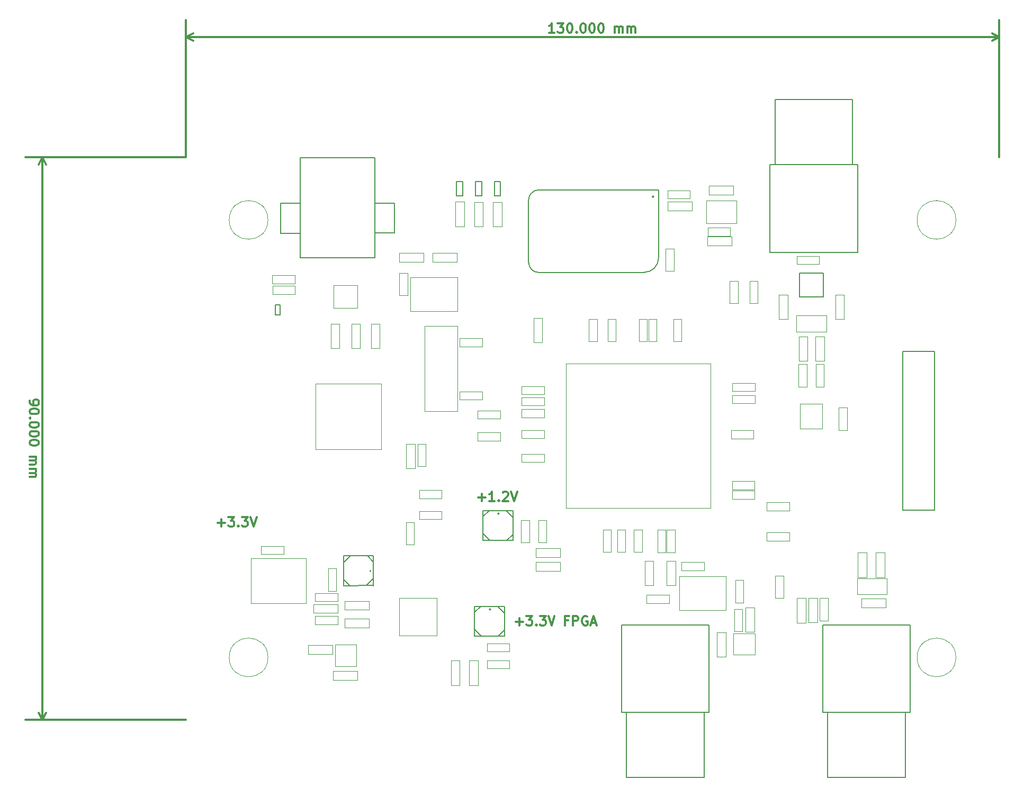
<source format=gbr>
G04 #@! TF.FileFunction,Other,User*
%FSLAX46Y46*%
G04 Gerber Fmt 4.6, Leading zero omitted, Abs format (unit mm)*
G04 Created by KiCad (PCBNEW 4.0.6) date 11/10/17 17:18:38*
%MOMM*%
%LPD*%
G01*
G04 APERTURE LIST*
%ADD10C,0.100000*%
%ADD11C,0.300000*%
%ADD12C,0.050000*%
%ADD13C,0.150000*%
G04 APERTURE END LIST*
D10*
D11*
X75060001Y-114487143D02*
X76202858Y-114487143D01*
X75631429Y-115058571D02*
X75631429Y-113915714D01*
X76774287Y-113558571D02*
X77702858Y-113558571D01*
X77202858Y-114130000D01*
X77417144Y-114130000D01*
X77560001Y-114201429D01*
X77631430Y-114272857D01*
X77702858Y-114415714D01*
X77702858Y-114772857D01*
X77631430Y-114915714D01*
X77560001Y-114987143D01*
X77417144Y-115058571D01*
X76988572Y-115058571D01*
X76845715Y-114987143D01*
X76774287Y-114915714D01*
X78345715Y-114915714D02*
X78417143Y-114987143D01*
X78345715Y-115058571D01*
X78274286Y-114987143D01*
X78345715Y-114915714D01*
X78345715Y-115058571D01*
X78917144Y-113558571D02*
X79845715Y-113558571D01*
X79345715Y-114130000D01*
X79560001Y-114130000D01*
X79702858Y-114201429D01*
X79774287Y-114272857D01*
X79845715Y-114415714D01*
X79845715Y-114772857D01*
X79774287Y-114915714D01*
X79702858Y-114987143D01*
X79560001Y-115058571D01*
X79131429Y-115058571D01*
X78988572Y-114987143D01*
X78917144Y-114915714D01*
X80274286Y-113558571D02*
X80774286Y-115058571D01*
X81274286Y-113558571D01*
X122722858Y-130307143D02*
X123865715Y-130307143D01*
X123294286Y-130878571D02*
X123294286Y-129735714D01*
X124437144Y-129378571D02*
X125365715Y-129378571D01*
X124865715Y-129950000D01*
X125080001Y-129950000D01*
X125222858Y-130021429D01*
X125294287Y-130092857D01*
X125365715Y-130235714D01*
X125365715Y-130592857D01*
X125294287Y-130735714D01*
X125222858Y-130807143D01*
X125080001Y-130878571D01*
X124651429Y-130878571D01*
X124508572Y-130807143D01*
X124437144Y-130735714D01*
X126008572Y-130735714D02*
X126080000Y-130807143D01*
X126008572Y-130878571D01*
X125937143Y-130807143D01*
X126008572Y-130735714D01*
X126008572Y-130878571D01*
X126580001Y-129378571D02*
X127508572Y-129378571D01*
X127008572Y-129950000D01*
X127222858Y-129950000D01*
X127365715Y-130021429D01*
X127437144Y-130092857D01*
X127508572Y-130235714D01*
X127508572Y-130592857D01*
X127437144Y-130735714D01*
X127365715Y-130807143D01*
X127222858Y-130878571D01*
X126794286Y-130878571D01*
X126651429Y-130807143D01*
X126580001Y-130735714D01*
X127937143Y-129378571D02*
X128437143Y-130878571D01*
X128937143Y-129378571D01*
X131080000Y-130092857D02*
X130580000Y-130092857D01*
X130580000Y-130878571D02*
X130580000Y-129378571D01*
X131294286Y-129378571D01*
X131865714Y-130878571D02*
X131865714Y-129378571D01*
X132437142Y-129378571D01*
X132580000Y-129450000D01*
X132651428Y-129521429D01*
X132722857Y-129664286D01*
X132722857Y-129878571D01*
X132651428Y-130021429D01*
X132580000Y-130092857D01*
X132437142Y-130164286D01*
X131865714Y-130164286D01*
X134151428Y-129450000D02*
X134008571Y-129378571D01*
X133794285Y-129378571D01*
X133580000Y-129450000D01*
X133437142Y-129592857D01*
X133365714Y-129735714D01*
X133294285Y-130021429D01*
X133294285Y-130235714D01*
X133365714Y-130521429D01*
X133437142Y-130664286D01*
X133580000Y-130807143D01*
X133794285Y-130878571D01*
X133937142Y-130878571D01*
X134151428Y-130807143D01*
X134222857Y-130735714D01*
X134222857Y-130235714D01*
X133937142Y-130235714D01*
X134794285Y-130450000D02*
X135508571Y-130450000D01*
X134651428Y-130878571D02*
X135151428Y-129378571D01*
X135651428Y-130878571D01*
X116720001Y-110407143D02*
X117862858Y-110407143D01*
X117291429Y-110978571D02*
X117291429Y-109835714D01*
X119362858Y-110978571D02*
X118505715Y-110978571D01*
X118934287Y-110978571D02*
X118934287Y-109478571D01*
X118791430Y-109692857D01*
X118648572Y-109835714D01*
X118505715Y-109907143D01*
X120005715Y-110835714D02*
X120077143Y-110907143D01*
X120005715Y-110978571D01*
X119934286Y-110907143D01*
X120005715Y-110835714D01*
X120005715Y-110978571D01*
X120648572Y-109621429D02*
X120720001Y-109550000D01*
X120862858Y-109478571D01*
X121220001Y-109478571D01*
X121362858Y-109550000D01*
X121434287Y-109621429D01*
X121505715Y-109764286D01*
X121505715Y-109907143D01*
X121434287Y-110121429D01*
X120577144Y-110978571D01*
X121505715Y-110978571D01*
X121934286Y-109478571D02*
X122434286Y-110978571D01*
X122934286Y-109478571D01*
X128928573Y-36058571D02*
X128071430Y-36058571D01*
X128500002Y-36058571D02*
X128500002Y-34558571D01*
X128357145Y-34772857D01*
X128214287Y-34915714D01*
X128071430Y-34987143D01*
X129428573Y-34558571D02*
X130357144Y-34558571D01*
X129857144Y-35130000D01*
X130071430Y-35130000D01*
X130214287Y-35201429D01*
X130285716Y-35272857D01*
X130357144Y-35415714D01*
X130357144Y-35772857D01*
X130285716Y-35915714D01*
X130214287Y-35987143D01*
X130071430Y-36058571D01*
X129642858Y-36058571D01*
X129500001Y-35987143D01*
X129428573Y-35915714D01*
X131285715Y-34558571D02*
X131428572Y-34558571D01*
X131571429Y-34630000D01*
X131642858Y-34701429D01*
X131714287Y-34844286D01*
X131785715Y-35130000D01*
X131785715Y-35487143D01*
X131714287Y-35772857D01*
X131642858Y-35915714D01*
X131571429Y-35987143D01*
X131428572Y-36058571D01*
X131285715Y-36058571D01*
X131142858Y-35987143D01*
X131071429Y-35915714D01*
X131000001Y-35772857D01*
X130928572Y-35487143D01*
X130928572Y-35130000D01*
X131000001Y-34844286D01*
X131071429Y-34701429D01*
X131142858Y-34630000D01*
X131285715Y-34558571D01*
X132428572Y-35915714D02*
X132500000Y-35987143D01*
X132428572Y-36058571D01*
X132357143Y-35987143D01*
X132428572Y-35915714D01*
X132428572Y-36058571D01*
X133428572Y-34558571D02*
X133571429Y-34558571D01*
X133714286Y-34630000D01*
X133785715Y-34701429D01*
X133857144Y-34844286D01*
X133928572Y-35130000D01*
X133928572Y-35487143D01*
X133857144Y-35772857D01*
X133785715Y-35915714D01*
X133714286Y-35987143D01*
X133571429Y-36058571D01*
X133428572Y-36058571D01*
X133285715Y-35987143D01*
X133214286Y-35915714D01*
X133142858Y-35772857D01*
X133071429Y-35487143D01*
X133071429Y-35130000D01*
X133142858Y-34844286D01*
X133214286Y-34701429D01*
X133285715Y-34630000D01*
X133428572Y-34558571D01*
X134857143Y-34558571D02*
X135000000Y-34558571D01*
X135142857Y-34630000D01*
X135214286Y-34701429D01*
X135285715Y-34844286D01*
X135357143Y-35130000D01*
X135357143Y-35487143D01*
X135285715Y-35772857D01*
X135214286Y-35915714D01*
X135142857Y-35987143D01*
X135000000Y-36058571D01*
X134857143Y-36058571D01*
X134714286Y-35987143D01*
X134642857Y-35915714D01*
X134571429Y-35772857D01*
X134500000Y-35487143D01*
X134500000Y-35130000D01*
X134571429Y-34844286D01*
X134642857Y-34701429D01*
X134714286Y-34630000D01*
X134857143Y-34558571D01*
X136285714Y-34558571D02*
X136428571Y-34558571D01*
X136571428Y-34630000D01*
X136642857Y-34701429D01*
X136714286Y-34844286D01*
X136785714Y-35130000D01*
X136785714Y-35487143D01*
X136714286Y-35772857D01*
X136642857Y-35915714D01*
X136571428Y-35987143D01*
X136428571Y-36058571D01*
X136285714Y-36058571D01*
X136142857Y-35987143D01*
X136071428Y-35915714D01*
X136000000Y-35772857D01*
X135928571Y-35487143D01*
X135928571Y-35130000D01*
X136000000Y-34844286D01*
X136071428Y-34701429D01*
X136142857Y-34630000D01*
X136285714Y-34558571D01*
X138571428Y-36058571D02*
X138571428Y-35058571D01*
X138571428Y-35201429D02*
X138642856Y-35130000D01*
X138785714Y-35058571D01*
X138999999Y-35058571D01*
X139142856Y-35130000D01*
X139214285Y-35272857D01*
X139214285Y-36058571D01*
X139214285Y-35272857D02*
X139285714Y-35130000D01*
X139428571Y-35058571D01*
X139642856Y-35058571D01*
X139785714Y-35130000D01*
X139857142Y-35272857D01*
X139857142Y-36058571D01*
X140571428Y-36058571D02*
X140571428Y-35058571D01*
X140571428Y-35201429D02*
X140642856Y-35130000D01*
X140785714Y-35058571D01*
X140999999Y-35058571D01*
X141142856Y-35130000D01*
X141214285Y-35272857D01*
X141214285Y-36058571D01*
X141214285Y-35272857D02*
X141285714Y-35130000D01*
X141428571Y-35058571D01*
X141642856Y-35058571D01*
X141785714Y-35130000D01*
X141857142Y-35272857D01*
X141857142Y-36058571D01*
X70000000Y-36730000D02*
X200000000Y-36730000D01*
X70000000Y-56000000D02*
X70000000Y-34030000D01*
X200000000Y-56000000D02*
X200000000Y-34030000D01*
X200000000Y-36730000D02*
X198873496Y-37316421D01*
X200000000Y-36730000D02*
X198873496Y-36143579D01*
X70000000Y-36730000D02*
X71126504Y-37316421D01*
X70000000Y-36730000D02*
X71126504Y-36143579D01*
X44971429Y-94928572D02*
X44971429Y-95214287D01*
X45042857Y-95357144D01*
X45114286Y-95428572D01*
X45328571Y-95571430D01*
X45614286Y-95642858D01*
X46185714Y-95642858D01*
X46328571Y-95571430D01*
X46400000Y-95500001D01*
X46471429Y-95357144D01*
X46471429Y-95071430D01*
X46400000Y-94928572D01*
X46328571Y-94857144D01*
X46185714Y-94785715D01*
X45828571Y-94785715D01*
X45685714Y-94857144D01*
X45614286Y-94928572D01*
X45542857Y-95071430D01*
X45542857Y-95357144D01*
X45614286Y-95500001D01*
X45685714Y-95571430D01*
X45828571Y-95642858D01*
X46471429Y-96571429D02*
X46471429Y-96714286D01*
X46400000Y-96857143D01*
X46328571Y-96928572D01*
X46185714Y-97000001D01*
X45900000Y-97071429D01*
X45542857Y-97071429D01*
X45257143Y-97000001D01*
X45114286Y-96928572D01*
X45042857Y-96857143D01*
X44971429Y-96714286D01*
X44971429Y-96571429D01*
X45042857Y-96428572D01*
X45114286Y-96357143D01*
X45257143Y-96285715D01*
X45542857Y-96214286D01*
X45900000Y-96214286D01*
X46185714Y-96285715D01*
X46328571Y-96357143D01*
X46400000Y-96428572D01*
X46471429Y-96571429D01*
X45114286Y-97714286D02*
X45042857Y-97785714D01*
X44971429Y-97714286D01*
X45042857Y-97642857D01*
X45114286Y-97714286D01*
X44971429Y-97714286D01*
X46471429Y-98714286D02*
X46471429Y-98857143D01*
X46400000Y-99000000D01*
X46328571Y-99071429D01*
X46185714Y-99142858D01*
X45900000Y-99214286D01*
X45542857Y-99214286D01*
X45257143Y-99142858D01*
X45114286Y-99071429D01*
X45042857Y-99000000D01*
X44971429Y-98857143D01*
X44971429Y-98714286D01*
X45042857Y-98571429D01*
X45114286Y-98500000D01*
X45257143Y-98428572D01*
X45542857Y-98357143D01*
X45900000Y-98357143D01*
X46185714Y-98428572D01*
X46328571Y-98500000D01*
X46400000Y-98571429D01*
X46471429Y-98714286D01*
X46471429Y-100142857D02*
X46471429Y-100285714D01*
X46400000Y-100428571D01*
X46328571Y-100500000D01*
X46185714Y-100571429D01*
X45900000Y-100642857D01*
X45542857Y-100642857D01*
X45257143Y-100571429D01*
X45114286Y-100500000D01*
X45042857Y-100428571D01*
X44971429Y-100285714D01*
X44971429Y-100142857D01*
X45042857Y-100000000D01*
X45114286Y-99928571D01*
X45257143Y-99857143D01*
X45542857Y-99785714D01*
X45900000Y-99785714D01*
X46185714Y-99857143D01*
X46328571Y-99928571D01*
X46400000Y-100000000D01*
X46471429Y-100142857D01*
X46471429Y-101571428D02*
X46471429Y-101714285D01*
X46400000Y-101857142D01*
X46328571Y-101928571D01*
X46185714Y-102000000D01*
X45900000Y-102071428D01*
X45542857Y-102071428D01*
X45257143Y-102000000D01*
X45114286Y-101928571D01*
X45042857Y-101857142D01*
X44971429Y-101714285D01*
X44971429Y-101571428D01*
X45042857Y-101428571D01*
X45114286Y-101357142D01*
X45257143Y-101285714D01*
X45542857Y-101214285D01*
X45900000Y-101214285D01*
X46185714Y-101285714D01*
X46328571Y-101357142D01*
X46400000Y-101428571D01*
X46471429Y-101571428D01*
X44971429Y-103857142D02*
X45971429Y-103857142D01*
X45828571Y-103857142D02*
X45900000Y-103928570D01*
X45971429Y-104071428D01*
X45971429Y-104285713D01*
X45900000Y-104428570D01*
X45757143Y-104499999D01*
X44971429Y-104499999D01*
X45757143Y-104499999D02*
X45900000Y-104571428D01*
X45971429Y-104714285D01*
X45971429Y-104928570D01*
X45900000Y-105071428D01*
X45757143Y-105142856D01*
X44971429Y-105142856D01*
X44971429Y-105857142D02*
X45971429Y-105857142D01*
X45828571Y-105857142D02*
X45900000Y-105928570D01*
X45971429Y-106071428D01*
X45971429Y-106285713D01*
X45900000Y-106428570D01*
X45757143Y-106499999D01*
X44971429Y-106499999D01*
X45757143Y-106499999D02*
X45900000Y-106571428D01*
X45971429Y-106714285D01*
X45971429Y-106928570D01*
X45900000Y-107071428D01*
X45757143Y-107142856D01*
X44971429Y-107142856D01*
X47000000Y-56000000D02*
X47000000Y-146000000D01*
X70000000Y-56000000D02*
X44300000Y-56000000D01*
X70000000Y-146000000D02*
X44300000Y-146000000D01*
X47000000Y-146000000D02*
X46413579Y-144873496D01*
X47000000Y-146000000D02*
X47586421Y-144873496D01*
X47000000Y-56000000D02*
X46413579Y-57126504D01*
X47000000Y-56000000D02*
X47586421Y-57126504D01*
D12*
X108160000Y-96600000D02*
X113360000Y-96600000D01*
X113360000Y-96600000D02*
X113360000Y-83000000D01*
X113360000Y-83000000D02*
X108160000Y-83000000D01*
X108160000Y-83000000D02*
X108160000Y-96600000D01*
D13*
X96170000Y-124500000D02*
X95170000Y-123500000D01*
X99970000Y-120700000D02*
X98970000Y-119700000D01*
X96270000Y-119700000D02*
X95170000Y-120800000D01*
X99970000Y-123400000D02*
X98870000Y-124500000D01*
X99570000Y-122200000D02*
G75*
G03X99570000Y-122200000I-100000J0D01*
G01*
X95180000Y-124510000D02*
X95180000Y-119710000D01*
X99970000Y-124510000D02*
X99970000Y-119710000D01*
X99970000Y-124500000D02*
X95170000Y-124510000D01*
X99970000Y-119700000D02*
X95170000Y-119700000D01*
D12*
X101233900Y-92174200D02*
X90733900Y-92174200D01*
X101233900Y-102674200D02*
X90733900Y-102674200D01*
X101233900Y-92174200D02*
X101233900Y-102674200D01*
X90733900Y-92174200D02*
X90733900Y-102674200D01*
D13*
X189670000Y-112470000D02*
X189670000Y-87070000D01*
X184590000Y-112470000D02*
X184590000Y-87070000D01*
X189670000Y-87070000D02*
X184590000Y-87070000D01*
X189670000Y-112470000D02*
X184590000Y-112470000D01*
D12*
X167940000Y-92710000D02*
X167940000Y-89110000D01*
X167940000Y-92710000D02*
X169240000Y-92710000D01*
X169240000Y-89110000D02*
X167940000Y-89110000D01*
X169240000Y-89110000D02*
X169240000Y-92710000D01*
X147230000Y-127310000D02*
X143630000Y-127310000D01*
X147230000Y-127310000D02*
X147230000Y-126010000D01*
X143630000Y-126010000D02*
X143630000Y-127310000D01*
X143630000Y-126010000D02*
X147230000Y-126010000D01*
D13*
X172590000Y-155220000D02*
X173190000Y-155220000D01*
X172590000Y-144820000D02*
X172590000Y-155220000D01*
X184990000Y-155220000D02*
X173190000Y-155220000D01*
X184990000Y-144820000D02*
X184990000Y-155220000D01*
X185790000Y-130820000D02*
X185790000Y-144820000D01*
X171790000Y-130820000D02*
X171790000Y-144820000D01*
X171790000Y-144820000D02*
X185790000Y-144820000D01*
X185790000Y-130820000D02*
X171790000Y-130820000D01*
D12*
X153862215Y-112079851D02*
X153862215Y-88979851D01*
X130762215Y-112079851D02*
X130762215Y-88979851D01*
X153862215Y-112079851D02*
X130762215Y-112079851D01*
X153862215Y-88979851D02*
X130762215Y-88979851D01*
X157332364Y-107804350D02*
X160932364Y-107804350D01*
X157332364Y-107804350D02*
X157332364Y-109104350D01*
X160932364Y-109104350D02*
X160932364Y-107804350D01*
X160932364Y-109104350D02*
X157332364Y-109104350D01*
X156354200Y-128426100D02*
X156354200Y-123026100D01*
X148894200Y-128426100D02*
X148894200Y-123026100D01*
X156354200Y-128426100D02*
X148894200Y-128426100D01*
X156354200Y-123026100D02*
X148894200Y-123026100D01*
D13*
X144821421Y-62310000D02*
G75*
G03X144821421Y-62310000I-141421J0D01*
G01*
X143180000Y-74410000D02*
G75*
G03X145580000Y-72010000I0J2400000D01*
G01*
X126380000Y-74410000D02*
G75*
G02X124780000Y-72810000I0J1600000D01*
G01*
X126380000Y-61210000D02*
G75*
G03X124780000Y-62810000I0J-1600000D01*
G01*
X124780000Y-72810000D02*
X124780000Y-62810000D01*
X145580000Y-61210000D02*
X126380000Y-61210000D01*
X145580000Y-72010000D02*
X145580000Y-61210000D01*
X143280000Y-74410000D02*
X126380000Y-74410000D01*
D12*
X146672215Y-115590000D02*
X146672215Y-119190000D01*
X146672215Y-115590000D02*
X145372215Y-115590000D01*
X145372215Y-119190000D02*
X146672215Y-119190000D01*
X145372215Y-119190000D02*
X145372215Y-115590000D01*
X89160000Y-127370000D02*
X80360000Y-127370000D01*
X89160000Y-127370000D02*
X89160000Y-120170000D01*
X80360000Y-120170000D02*
X80360000Y-127370000D01*
X80360000Y-120170000D02*
X89160000Y-120170000D01*
X153435000Y-67260000D02*
X157035000Y-67260000D01*
X153435000Y-67260000D02*
X153435000Y-68560000D01*
X157035000Y-68560000D02*
X157035000Y-67260000D01*
X157035000Y-68560000D02*
X153435000Y-68560000D01*
X153185000Y-66550000D02*
X153185000Y-62950000D01*
X157985000Y-66550000D02*
X153185000Y-66550000D01*
X157985000Y-62950000D02*
X157985000Y-66550000D01*
X153185000Y-62950000D02*
X157985000Y-62950000D01*
X93160000Y-86560000D02*
X93160000Y-82650000D01*
X93160000Y-86560000D02*
X94560000Y-86560000D01*
X94560000Y-82650000D02*
X93160000Y-82650000D01*
X94560000Y-82650000D02*
X94560000Y-86560000D01*
X127252066Y-93930000D02*
X123652066Y-93930000D01*
X127252066Y-93930000D02*
X127252066Y-92630000D01*
X123652066Y-92630000D02*
X123652066Y-93930000D01*
X123652066Y-92630000D02*
X127252066Y-92630000D01*
X170713900Y-92710000D02*
X170713900Y-89110000D01*
X170713900Y-92710000D02*
X172013900Y-92710000D01*
X172013900Y-89110000D02*
X170713900Y-89110000D01*
X172013900Y-89110000D02*
X172013900Y-92710000D01*
X97360000Y-80097000D02*
X93560000Y-80097000D01*
X93560000Y-80097000D02*
X93560000Y-76497000D01*
X93560000Y-76497000D02*
X97360000Y-76497000D01*
X97360000Y-76497000D02*
X97360000Y-80097000D01*
D13*
X88235000Y-68170000D02*
X85135000Y-68170000D01*
X88235000Y-63370000D02*
X85135000Y-63370000D01*
X85135000Y-63370000D02*
X85135000Y-68070000D01*
X103335000Y-63370000D02*
X103335000Y-68070000D01*
X103335000Y-63370000D02*
X103335000Y-68070000D01*
X103335000Y-63370000D02*
X103335000Y-68070000D01*
X103335000Y-63370000D02*
X100235000Y-63370000D01*
X103335000Y-68070000D02*
X100235000Y-68070000D01*
X103335000Y-63370000D02*
X103335000Y-68070000D01*
X88235000Y-72070000D02*
X100235000Y-72070000D01*
X100235000Y-56070000D02*
X88235000Y-56070000D01*
X100235000Y-56070000D02*
X100235000Y-72070000D01*
X88235000Y-56070000D02*
X88235000Y-72070000D01*
D12*
X83817300Y-76566400D02*
X87417300Y-76566400D01*
X83817300Y-76566400D02*
X83817300Y-77866400D01*
X87417300Y-77866400D02*
X87417300Y-76566400D01*
X87417300Y-77866400D02*
X83817300Y-77866400D01*
X127646100Y-114045800D02*
X127646100Y-117645800D01*
X127646100Y-114045800D02*
X126346100Y-114045800D01*
X126346100Y-117645800D02*
X127646100Y-117645800D01*
X126346100Y-117645800D02*
X126346100Y-114045800D01*
X124896100Y-114045800D02*
X124896100Y-117645800D01*
X124896100Y-114045800D02*
X123596100Y-114045800D01*
X123596100Y-117645800D02*
X124896100Y-117645800D01*
X123596100Y-117645800D02*
X123596100Y-114045800D01*
X94240000Y-127030000D02*
X90640000Y-127030000D01*
X94240000Y-127030000D02*
X94240000Y-125730000D01*
X90640000Y-125730000D02*
X90640000Y-127030000D01*
X90640000Y-125730000D02*
X94240000Y-125730000D01*
X92740000Y-125390000D02*
X92740000Y-121790000D01*
X92740000Y-125390000D02*
X94040000Y-125390000D01*
X94040000Y-121790000D02*
X92740000Y-121790000D01*
X94040000Y-121790000D02*
X94040000Y-125390000D01*
X121724200Y-137746100D02*
X118124200Y-137746100D01*
X121724200Y-137746100D02*
X121724200Y-136446100D01*
X118124200Y-136446100D02*
X118124200Y-137746100D01*
X118124200Y-136446100D02*
X121724200Y-136446100D01*
X121724200Y-135046100D02*
X118124200Y-135046100D01*
X121724200Y-135046100D02*
X121724200Y-133746100D01*
X118124200Y-133746100D02*
X118124200Y-135046100D01*
X118124200Y-133746100D02*
X121724200Y-133746100D01*
X105160000Y-117980000D02*
X105160000Y-114380000D01*
X105160000Y-117980000D02*
X106460000Y-117980000D01*
X106460000Y-114380000D02*
X105160000Y-114380000D01*
X106460000Y-114380000D02*
X106460000Y-117980000D01*
X94240000Y-130710000D02*
X90640000Y-130710000D01*
X94240000Y-130710000D02*
X94240000Y-129410000D01*
X90640000Y-129410000D02*
X90640000Y-130710000D01*
X90640000Y-129410000D02*
X94240000Y-129410000D01*
X85610000Y-119500000D02*
X82010000Y-119500000D01*
X85610000Y-119500000D02*
X85610000Y-118200000D01*
X82010000Y-118200000D02*
X82010000Y-119500000D01*
X82010000Y-118200000D02*
X85610000Y-118200000D01*
X157372364Y-92125402D02*
X160972364Y-92125402D01*
X157372364Y-92125402D02*
X157372364Y-93425402D01*
X160972364Y-93425402D02*
X160972364Y-92125402D01*
X160972364Y-93425402D02*
X157372364Y-93425402D01*
X148179574Y-115590000D02*
X148179574Y-119190000D01*
X148179574Y-115590000D02*
X146879574Y-115590000D01*
X146879574Y-119190000D02*
X148179574Y-119190000D01*
X146879574Y-119190000D02*
X146879574Y-115590000D01*
X157332364Y-109331701D02*
X160932364Y-109331701D01*
X157332364Y-109331701D02*
X157332364Y-110631701D01*
X160932364Y-110631701D02*
X160932364Y-109331701D01*
X160932364Y-110631701D02*
X157332364Y-110631701D01*
X143939066Y-85469702D02*
X143939066Y-81869702D01*
X143939066Y-85469702D02*
X145239066Y-85469702D01*
X145239066Y-81869702D02*
X143939066Y-81869702D01*
X145239066Y-81869702D02*
X145239066Y-85469702D01*
X127252066Y-100920000D02*
X123652066Y-100920000D01*
X127252066Y-100920000D02*
X127252066Y-99620000D01*
X123652066Y-99620000D02*
X123652066Y-100920000D01*
X123652066Y-99620000D02*
X127252066Y-99620000D01*
X142454142Y-85469702D02*
X142454142Y-81869702D01*
X142454142Y-85469702D02*
X143754142Y-85469702D01*
X143754142Y-81869702D02*
X142454142Y-81869702D01*
X143754142Y-81869702D02*
X143754142Y-85469702D01*
X142930000Y-115570000D02*
X142930000Y-119170000D01*
X142930000Y-115570000D02*
X141630000Y-115570000D01*
X141630000Y-119170000D02*
X142930000Y-119170000D01*
X141630000Y-119170000D02*
X141630000Y-115570000D01*
X127252066Y-104770000D02*
X123652066Y-104770000D01*
X127252066Y-104770000D02*
X127252066Y-103470000D01*
X123652066Y-103470000D02*
X123652066Y-104770000D01*
X123652066Y-103470000D02*
X127252066Y-103470000D01*
X147990000Y-70580000D02*
X147990000Y-74180000D01*
X147990000Y-70580000D02*
X146690000Y-70580000D01*
X146690000Y-74180000D02*
X147990000Y-74180000D01*
X146690000Y-74180000D02*
X146690000Y-70580000D01*
X137990000Y-115570000D02*
X137990000Y-119170000D01*
X137990000Y-115570000D02*
X136690000Y-115570000D01*
X136690000Y-119170000D02*
X137990000Y-119170000D01*
X136690000Y-119170000D02*
X136690000Y-115570000D01*
X140280000Y-115570000D02*
X140280000Y-119170000D01*
X140280000Y-115570000D02*
X138980000Y-115570000D01*
X138980000Y-119170000D02*
X140280000Y-119170000D01*
X138980000Y-119170000D02*
X138980000Y-115570000D01*
X127260000Y-95670000D02*
X123660000Y-95670000D01*
X127260000Y-95670000D02*
X127260000Y-94370000D01*
X123660000Y-94370000D02*
X123660000Y-95670000D01*
X123660000Y-94370000D02*
X127260000Y-94370000D01*
X127260000Y-97590000D02*
X123660000Y-97590000D01*
X127260000Y-97590000D02*
X127260000Y-96290000D01*
X123660000Y-96290000D02*
X123660000Y-97590000D01*
X123660000Y-96290000D02*
X127260000Y-96290000D01*
X147920077Y-85469702D02*
X147920077Y-81869702D01*
X147920077Y-85469702D02*
X149220077Y-85469702D01*
X149220077Y-81869702D02*
X147920077Y-81869702D01*
X149220077Y-81869702D02*
X149220077Y-85469702D01*
X137412215Y-85470000D02*
X137412215Y-81870000D01*
X137412215Y-85470000D02*
X138712215Y-85470000D01*
X138712215Y-81870000D02*
X137412215Y-81870000D01*
X138712215Y-81870000D02*
X138712215Y-85470000D01*
X134420000Y-85469702D02*
X134420000Y-81869702D01*
X134420000Y-85469702D02*
X135720000Y-85469702D01*
X135720000Y-81869702D02*
X134420000Y-81869702D01*
X135720000Y-81869702D02*
X135720000Y-85469702D01*
X157160000Y-99670000D02*
X160760000Y-99670000D01*
X157160000Y-99670000D02*
X157160000Y-100970000D01*
X160760000Y-100970000D02*
X160760000Y-99670000D01*
X160760000Y-100970000D02*
X157160000Y-100970000D01*
X157372364Y-94077017D02*
X160972364Y-94077017D01*
X157372364Y-94077017D02*
X157372364Y-95377017D01*
X160972364Y-95377017D02*
X160972364Y-94077017D01*
X160972364Y-95377017D02*
X157372364Y-95377017D01*
X108310000Y-101850000D02*
X108310000Y-105450000D01*
X108310000Y-101850000D02*
X107010000Y-101850000D01*
X107010000Y-105450000D02*
X108310000Y-105450000D01*
X107010000Y-105450000D02*
X107010000Y-101850000D01*
X83810000Y-74870000D02*
X87410000Y-74870000D01*
X83810000Y-74870000D02*
X83810000Y-76170000D01*
X87410000Y-76170000D02*
X87410000Y-74870000D01*
X87410000Y-76170000D02*
X83810000Y-76170000D01*
X113760000Y-93450000D02*
X117360000Y-93450000D01*
X113760000Y-93450000D02*
X113760000Y-94750000D01*
X117360000Y-94750000D02*
X117360000Y-93450000D01*
X117360000Y-94750000D02*
X113760000Y-94750000D01*
X113760000Y-84950000D02*
X117360000Y-84950000D01*
X113760000Y-84950000D02*
X113760000Y-86250000D01*
X117360000Y-86250000D02*
X117360000Y-84950000D01*
X117360000Y-86250000D02*
X113760000Y-86250000D01*
X104106100Y-78080800D02*
X104106100Y-74480800D01*
X104106100Y-78080800D02*
X105406100Y-78080800D01*
X105406100Y-74480800D02*
X104106100Y-74480800D01*
X105406100Y-74480800D02*
X105406100Y-78080800D01*
X167650000Y-71790000D02*
X171250000Y-71790000D01*
X167650000Y-71790000D02*
X167650000Y-73090000D01*
X171250000Y-73090000D02*
X171250000Y-71790000D01*
X171250000Y-73090000D02*
X167650000Y-73090000D01*
X175690000Y-96020000D02*
X175690000Y-99620000D01*
X175690000Y-96020000D02*
X174390000Y-96020000D01*
X174390000Y-99620000D02*
X175690000Y-99620000D01*
X174390000Y-99620000D02*
X174390000Y-96020000D01*
X157860000Y-127220000D02*
X157860000Y-123620000D01*
X157860000Y-127220000D02*
X159160000Y-127220000D01*
X159160000Y-123620000D02*
X157860000Y-123620000D01*
X159160000Y-123620000D02*
X159160000Y-127220000D01*
X158980000Y-128240000D02*
X158980000Y-131840000D01*
X158980000Y-128240000D02*
X157680000Y-128240000D01*
X157680000Y-131840000D02*
X158980000Y-131840000D01*
X157680000Y-131840000D02*
X157680000Y-128240000D01*
D13*
X116300000Y-62140000D02*
X117300000Y-62150000D01*
X116300000Y-59840000D02*
X117300000Y-59850000D01*
X116300000Y-59850000D02*
X116300000Y-62150000D01*
X117300000Y-59850000D02*
X117300000Y-62150000D01*
X119300000Y-62140000D02*
X120300000Y-62150000D01*
X119300000Y-59840000D02*
X120300000Y-59850000D01*
X119300000Y-59850000D02*
X119300000Y-62150000D01*
X120300000Y-59850000D02*
X120300000Y-62150000D01*
X176590000Y-46780000D02*
X175990000Y-46780000D01*
X176590000Y-57180000D02*
X176590000Y-46780000D01*
X164190000Y-46780000D02*
X175990000Y-46780000D01*
X164190000Y-57180000D02*
X164190000Y-46780000D01*
X163390000Y-71180000D02*
X163390000Y-57180000D01*
X177390000Y-71180000D02*
X177390000Y-57180000D01*
X177390000Y-57180000D02*
X163390000Y-57180000D01*
X163390000Y-71180000D02*
X177390000Y-71180000D01*
X140450000Y-155220000D02*
X141050000Y-155220000D01*
X140450000Y-144820000D02*
X140450000Y-155220000D01*
X152850000Y-155220000D02*
X141050000Y-155220000D01*
X152850000Y-144820000D02*
X152850000Y-155220000D01*
X153650000Y-130820000D02*
X153650000Y-144820000D01*
X139650000Y-130820000D02*
X139650000Y-144820000D01*
X139650000Y-144820000D02*
X153650000Y-144820000D01*
X153650000Y-130820000D02*
X139650000Y-130820000D01*
D12*
X129860000Y-119970000D02*
X125950000Y-119970000D01*
X129860000Y-119970000D02*
X129860000Y-118570000D01*
X125950000Y-118570000D02*
X125950000Y-119970000D01*
X125950000Y-118570000D02*
X129860000Y-118570000D01*
X95380000Y-127000000D02*
X99290000Y-127000000D01*
X95380000Y-127000000D02*
X95380000Y-128400000D01*
X99290000Y-128400000D02*
X99290000Y-127000000D01*
X99290000Y-128400000D02*
X95380000Y-128400000D01*
X125940000Y-120780000D02*
X129850000Y-120780000D01*
X125940000Y-120780000D02*
X125940000Y-122180000D01*
X129850000Y-122180000D02*
X129850000Y-120780000D01*
X129850000Y-122180000D02*
X125940000Y-122180000D01*
X115280000Y-140430000D02*
X115280000Y-136520000D01*
X115280000Y-140430000D02*
X116680000Y-140430000D01*
X116680000Y-136520000D02*
X115280000Y-136520000D01*
X116680000Y-136520000D02*
X116680000Y-140430000D01*
X99300000Y-131200000D02*
X95390000Y-131200000D01*
X99300000Y-131200000D02*
X99300000Y-129800000D01*
X95390000Y-129800000D02*
X95390000Y-131200000D01*
X95390000Y-129800000D02*
X99300000Y-129800000D01*
X113760000Y-136520000D02*
X113760000Y-140430000D01*
X113760000Y-136520000D02*
X112360000Y-136520000D01*
X112360000Y-140430000D02*
X113760000Y-140430000D01*
X112360000Y-140430000D02*
X112360000Y-136520000D01*
X94260000Y-128890000D02*
X90350000Y-128890000D01*
X94260000Y-128890000D02*
X94260000Y-127490000D01*
X90350000Y-127490000D02*
X90350000Y-128890000D01*
X90350000Y-127490000D02*
X94260000Y-127490000D01*
X125585547Y-85629702D02*
X125585547Y-81719702D01*
X125585547Y-85629702D02*
X126985547Y-85629702D01*
X126985547Y-81719702D02*
X125585547Y-81719702D01*
X126985547Y-81719702D02*
X126985547Y-85629702D01*
X116100000Y-67060000D02*
X116100000Y-63150000D01*
X116100000Y-67060000D02*
X117500000Y-67060000D01*
X117500000Y-63150000D02*
X116100000Y-63150000D01*
X117500000Y-63150000D02*
X117500000Y-67060000D01*
X119100000Y-67060000D02*
X119100000Y-63150000D01*
X119100000Y-67060000D02*
X120500000Y-67060000D01*
X120500000Y-63150000D02*
X119100000Y-63150000D01*
X120500000Y-63150000D02*
X120500000Y-67060000D01*
X106630000Y-101840000D02*
X106630000Y-105750000D01*
X106630000Y-101840000D02*
X105230000Y-101840000D01*
X105230000Y-105750000D02*
X106630000Y-105750000D01*
X105230000Y-105750000D02*
X105230000Y-101840000D01*
X96460000Y-86560000D02*
X96460000Y-82650000D01*
X96460000Y-86560000D02*
X97860000Y-86560000D01*
X97860000Y-82650000D02*
X96460000Y-82650000D01*
X97860000Y-82650000D02*
X97860000Y-86560000D01*
X100960000Y-82640000D02*
X100960000Y-86550000D01*
X100960000Y-82640000D02*
X99560000Y-82640000D01*
X99560000Y-86550000D02*
X100960000Y-86550000D01*
X99560000Y-86550000D02*
X99560000Y-82640000D01*
X104046100Y-71290800D02*
X107956100Y-71290800D01*
X104046100Y-71290800D02*
X104046100Y-72690800D01*
X107956100Y-72690800D02*
X107956100Y-71290800D01*
X107956100Y-72690800D02*
X104046100Y-72690800D01*
X113296100Y-72690800D02*
X109386100Y-72690800D01*
X113296100Y-72690800D02*
X113296100Y-71290800D01*
X109386100Y-71290800D02*
X109386100Y-72690800D01*
X109386100Y-71290800D02*
X113296100Y-71290800D01*
X164823900Y-81854200D02*
X164823900Y-77944200D01*
X164823900Y-81854200D02*
X166223900Y-81854200D01*
X166223900Y-77944200D02*
X164823900Y-77944200D01*
X166223900Y-77944200D02*
X166223900Y-81854200D01*
X169383900Y-84654200D02*
X169383900Y-88564200D01*
X169383900Y-84654200D02*
X167983900Y-84654200D01*
X167983900Y-88564200D02*
X169383900Y-88564200D01*
X167983900Y-88564200D02*
X167983900Y-84654200D01*
X170653900Y-88564200D02*
X170653900Y-84654200D01*
X170653900Y-88564200D02*
X172053900Y-88564200D01*
X172053900Y-84654200D02*
X170653900Y-84654200D01*
X172053900Y-84654200D02*
X172053900Y-88564200D01*
X173823900Y-81854200D02*
X173823900Y-77944200D01*
X173823900Y-81854200D02*
X175223900Y-81854200D01*
X175223900Y-77944200D02*
X173823900Y-77944200D01*
X175223900Y-77944200D02*
X175223900Y-81854200D01*
X159490000Y-131940000D02*
X159490000Y-128030000D01*
X159490000Y-131940000D02*
X160890000Y-131940000D01*
X160890000Y-128030000D02*
X159490000Y-128030000D01*
X160890000Y-128030000D02*
X160890000Y-131940000D01*
D13*
X171903900Y-78334200D02*
X171903900Y-74534200D01*
X168103900Y-74534200D02*
X171903900Y-74534200D01*
X171903900Y-78334200D02*
X168103900Y-78334200D01*
X168103900Y-78334200D02*
X168103900Y-74534200D01*
X85060000Y-79610000D02*
X84260000Y-79610000D01*
X85060000Y-81210000D02*
X84260000Y-81210000D01*
X85060000Y-81210000D02*
X85060000Y-79610000D01*
X84260000Y-81210000D02*
X84260000Y-79610000D01*
D12*
X113366100Y-80580800D02*
X113366100Y-75180800D01*
X105906100Y-80580800D02*
X105906100Y-75180800D01*
X113366100Y-80580800D02*
X105906100Y-80580800D01*
X113366100Y-75180800D02*
X105906100Y-75180800D01*
X168145000Y-99400000D02*
X171745000Y-99400000D01*
X168145000Y-95400000D02*
X171745000Y-95400000D01*
X168145000Y-99400000D02*
X168145000Y-95400000D01*
X171745000Y-99400000D02*
X171745000Y-95400000D01*
X167623900Y-81284200D02*
X172423900Y-81284200D01*
X167623900Y-83884200D02*
X167623900Y-81284200D01*
X172423900Y-83884200D02*
X167623900Y-83884200D01*
X172423900Y-81284200D02*
X172423900Y-83884200D01*
X153640000Y-60540000D02*
X157550000Y-60540000D01*
X153640000Y-60540000D02*
X153640000Y-61940000D01*
X157550000Y-61940000D02*
X157550000Y-60540000D01*
X157550000Y-61940000D02*
X153640000Y-61940000D01*
X153370000Y-68670000D02*
X157280000Y-68670000D01*
X153370000Y-68670000D02*
X153370000Y-70070000D01*
X157280000Y-70070000D02*
X157280000Y-68670000D01*
X157280000Y-70070000D02*
X153370000Y-70070000D01*
X193100000Y-136000000D02*
G75*
G03X193100000Y-136000000I-3100000J0D01*
G01*
X83100000Y-136000000D02*
G75*
G03X83100000Y-136000000I-3100000J0D01*
G01*
X193100000Y-66000000D02*
G75*
G03X193100000Y-66000000I-3100000J0D01*
G01*
X83100000Y-66000000D02*
G75*
G03X83100000Y-66000000I-3100000J0D01*
G01*
D13*
X113270000Y-62140000D02*
X114270000Y-62150000D01*
X113270000Y-59840000D02*
X114270000Y-59850000D01*
X113270000Y-59850000D02*
X113270000Y-62150000D01*
X114270000Y-59850000D02*
X114270000Y-62150000D01*
D12*
X113070000Y-67030000D02*
X113070000Y-63120000D01*
X113070000Y-67030000D02*
X114470000Y-67030000D01*
X114470000Y-63120000D02*
X113070000Y-63120000D01*
X114470000Y-63120000D02*
X114470000Y-67030000D01*
X146990000Y-61310000D02*
X150590000Y-61310000D01*
X146990000Y-61310000D02*
X146990000Y-62610000D01*
X150590000Y-62610000D02*
X150590000Y-61310000D01*
X150590000Y-62610000D02*
X146990000Y-62610000D01*
X150910000Y-64500000D02*
X147000000Y-64500000D01*
X150910000Y-64500000D02*
X150910000Y-63100000D01*
X147000000Y-63100000D02*
X147000000Y-64500000D01*
X147000000Y-63100000D02*
X150910000Y-63100000D01*
X165520000Y-122930000D02*
X165520000Y-126530000D01*
X165520000Y-122930000D02*
X164220000Y-122930000D01*
X164220000Y-126530000D02*
X165520000Y-126530000D01*
X164220000Y-126530000D02*
X164220000Y-122930000D01*
X149240000Y-120780000D02*
X152840000Y-120780000D01*
X149240000Y-120780000D02*
X149240000Y-122080000D01*
X152840000Y-122080000D02*
X152840000Y-120780000D01*
X152840000Y-122080000D02*
X149240000Y-122080000D01*
X143360000Y-124470000D02*
X143360000Y-120560000D01*
X143360000Y-124470000D02*
X144760000Y-124470000D01*
X144760000Y-120560000D02*
X143360000Y-120560000D01*
X144760000Y-120560000D02*
X144760000Y-124470000D01*
X148270000Y-120570000D02*
X148270000Y-124480000D01*
X148270000Y-120570000D02*
X146870000Y-120570000D01*
X146870000Y-124480000D02*
X148270000Y-124480000D01*
X146870000Y-124480000D02*
X146870000Y-120570000D01*
X161000000Y-132140000D02*
X161000000Y-135540000D01*
X161000000Y-135540000D02*
X157500000Y-135540000D01*
X157500000Y-135540000D02*
X157500000Y-132140000D01*
X157500000Y-132140000D02*
X161000000Y-132140000D01*
X110090000Y-126480000D02*
X104090000Y-126480000D01*
X110090000Y-132480000D02*
X104090000Y-132480000D01*
X110090000Y-126480000D02*
X110090000Y-132480000D01*
X104090000Y-126480000D02*
X104090000Y-132480000D01*
X156950000Y-79350000D02*
X156950000Y-75750000D01*
X156950000Y-79350000D02*
X158250000Y-79350000D01*
X158250000Y-75750000D02*
X156950000Y-75750000D01*
X158250000Y-75750000D02*
X158250000Y-79350000D01*
X160100000Y-79350000D02*
X160100000Y-75750000D01*
X160100000Y-79350000D02*
X161400000Y-79350000D01*
X161400000Y-75750000D02*
X160100000Y-75750000D01*
X161400000Y-75750000D02*
X161400000Y-79350000D01*
X110870000Y-110550000D02*
X107270000Y-110550000D01*
X110870000Y-110550000D02*
X110870000Y-109250000D01*
X107270000Y-109250000D02*
X107270000Y-110550000D01*
X107270000Y-109250000D02*
X110870000Y-109250000D01*
X110870000Y-113920000D02*
X107270000Y-113920000D01*
X110870000Y-113920000D02*
X110870000Y-112620000D01*
X107270000Y-112620000D02*
X107270000Y-113920000D01*
X107270000Y-112620000D02*
X110870000Y-112620000D01*
X120230000Y-97830000D02*
X116630000Y-97830000D01*
X120230000Y-97830000D02*
X120230000Y-96530000D01*
X116630000Y-96530000D02*
X116630000Y-97830000D01*
X116630000Y-96530000D02*
X120230000Y-96530000D01*
X120230000Y-101330000D02*
X116630000Y-101330000D01*
X120230000Y-101330000D02*
X120230000Y-100030000D01*
X116630000Y-100030000D02*
X116630000Y-101330000D01*
X116630000Y-100030000D02*
X120230000Y-100030000D01*
X162860000Y-111200000D02*
X166460000Y-111200000D01*
X162860000Y-111200000D02*
X162860000Y-112500000D01*
X166460000Y-112500000D02*
X166460000Y-111200000D01*
X166460000Y-112500000D02*
X162860000Y-112500000D01*
X162860000Y-116040000D02*
X166460000Y-116040000D01*
X162860000Y-116040000D02*
X162860000Y-117340000D01*
X166460000Y-117340000D02*
X166460000Y-116040000D01*
X166460000Y-117340000D02*
X162860000Y-117340000D01*
X156310000Y-131990000D02*
X156310000Y-135900000D01*
X156310000Y-131990000D02*
X154910000Y-131990000D01*
X154910000Y-135900000D02*
X156310000Y-135900000D01*
X154910000Y-135900000D02*
X154910000Y-131990000D01*
X181880000Y-128000000D02*
X177970000Y-128000000D01*
X181880000Y-128000000D02*
X181880000Y-126600000D01*
X177970000Y-126600000D02*
X177970000Y-128000000D01*
X177970000Y-126600000D02*
X181880000Y-126600000D01*
X177284000Y-123340000D02*
X182084000Y-123340000D01*
X177284000Y-125940000D02*
X177284000Y-123340000D01*
X182084000Y-125940000D02*
X177284000Y-125940000D01*
X182084000Y-123340000D02*
X182084000Y-125940000D01*
D13*
X122270000Y-116300000D02*
X121270000Y-117300000D01*
X118470000Y-112500000D02*
X117470000Y-113500000D01*
X117470000Y-116200000D02*
X118570000Y-117300000D01*
X121170000Y-112500000D02*
X122270000Y-113600000D01*
X120070000Y-113000000D02*
G75*
G03X120070000Y-113000000I-100000J0D01*
G01*
X122280000Y-117290000D02*
X117480000Y-117290000D01*
X122280000Y-112500000D02*
X117480000Y-112500000D01*
X122270000Y-112500000D02*
X122280000Y-117300000D01*
X117470000Y-112500000D02*
X117470000Y-117300000D01*
X120914200Y-131614500D02*
X119914200Y-132614500D01*
X117114200Y-127814500D02*
X116114200Y-128814500D01*
X116114200Y-131514500D02*
X117214200Y-132614500D01*
X119814200Y-127814500D02*
X120914200Y-128914500D01*
X118714200Y-128314500D02*
G75*
G03X118714200Y-128314500I-100000J0D01*
G01*
X120924200Y-132604500D02*
X116124200Y-132604500D01*
X120924200Y-127814500D02*
X116124200Y-127814500D01*
X120914200Y-127814500D02*
X120924200Y-132614500D01*
X116114200Y-127814500D02*
X116114200Y-132614500D01*
D12*
X93870000Y-133960000D02*
X97270000Y-133960000D01*
X97270000Y-133960000D02*
X97270000Y-137460000D01*
X97270000Y-137460000D02*
X93870000Y-137460000D01*
X93870000Y-137460000D02*
X93870000Y-133960000D01*
X97440000Y-139580000D02*
X93530000Y-139580000D01*
X97440000Y-139580000D02*
X97440000Y-138180000D01*
X93530000Y-138180000D02*
X93530000Y-139580000D01*
X93530000Y-138180000D02*
X97440000Y-138180000D01*
X93430000Y-135470000D02*
X89520000Y-135470000D01*
X93430000Y-135470000D02*
X93430000Y-134070000D01*
X89520000Y-134070000D02*
X89520000Y-135470000D01*
X89520000Y-134070000D02*
X93430000Y-134070000D01*
X180290000Y-123160000D02*
X180290000Y-119250000D01*
X180290000Y-123160000D02*
X181690000Y-123160000D01*
X181690000Y-119250000D02*
X180290000Y-119250000D01*
X181690000Y-119250000D02*
X181690000Y-123160000D01*
X178840000Y-119250000D02*
X178840000Y-123160000D01*
X178840000Y-119250000D02*
X177440000Y-119250000D01*
X177440000Y-123160000D02*
X178840000Y-123160000D01*
X177440000Y-123160000D02*
X177440000Y-119250000D01*
X172650000Y-126530000D02*
X172650000Y-130130000D01*
X172650000Y-126530000D02*
X171350000Y-126530000D01*
X171350000Y-130130000D02*
X172650000Y-130130000D01*
X171350000Y-130130000D02*
X171350000Y-126530000D01*
X167700000Y-130440000D02*
X167700000Y-126530000D01*
X167700000Y-130440000D02*
X169100000Y-130440000D01*
X169100000Y-126530000D02*
X167700000Y-126530000D01*
X169100000Y-126530000D02*
X169100000Y-130440000D01*
X170950000Y-126520000D02*
X170950000Y-130430000D01*
X170950000Y-126520000D02*
X169550000Y-126520000D01*
X169550000Y-130430000D02*
X170950000Y-130430000D01*
X169550000Y-130430000D02*
X169550000Y-126520000D01*
M02*

</source>
